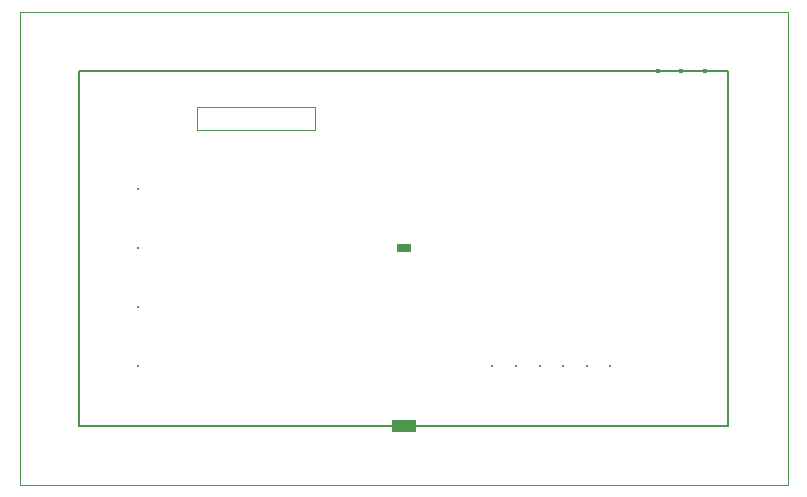
<source format=gtl>
G04 #@! TF.GenerationSoftware,KiCad,Pcbnew,7.0*
G04 #@! TF.CreationDate,2025-05-30T00:00:00-00:00*
G04 #@! TF.ProjectId,ESP_SensorHub,45535020-5365-46e7-936f-724875622e6b,v1.0*
G04 #@! TF.SameCoordinates,Original*
G04 #@! TF.FileFunction,Copper,L1,Top*
G04 #@! TF.FilePolarity,Positive*
%FSLAX34Y34*%
%MOMM*%
%LPD*%
G01*
G04 ESP Sensor Hub v1.0 - Top Copper Layer*
G04 Board dimensions: 65.0mm x 40.0mm*
G04 2-layer PCB with ESP32/ESP8266 support*
G04*
G04 Power and ground planes*
%ADD10C,0.1000*%
%ADD11C,0.2000*%
%ADD12R,1.2000X0.8000*%
%ADD13C,0.3000*%
%ADD14R,2.0000X1.0000*%
%ADD15C,0.4000*%
G04*
G04 Trace routing - ESP32 module area*
D10*
X0Y0D02*
X650000Y0D01*
X650000Y400000D01*
X0Y400000D01*
X0Y0D01*
G04*
G04 ESP32 module footprint (center of board)*
D12*
X325000Y200000D03*
G04*
G04 Power traces - 3.3V and GND*
D11*
X50000Y50000D02*
X600000Y50000D01*
X600000Y350000D01*
X50000Y350000D01*
X50000Y50000D01*
G04*
G04 I2C sensor connectors*
D13*
X100000Y100000D03*
X100000Y150000D03*
X100000Y200000D03*
X100000Y250000D03*
G04*
G04 Status LEDs*
D10*
X550000Y300000D03*
X550000Y280000D03*
X550000Y260000D03*
G04*
G04 Programming header*
D13*
X500000Y100000D03*
X480000Y100000D03*
X460000Y100000D03*
X440000Y100000D03*
X420000Y100000D03*
X400000Y100000D03*
G04*
G04 Test points*
D15*
X580000Y350000D03*
X560000Y350000D03*
X540000Y350000D03*
G04*
G04 USB-C connector area*
D14*
X325000Y50000D03*
G04*
G04 Power management components*
D10*
X150000Y300000D02*
X250000Y300000D01*
X250000Y320000D01*
X150000Y320000D01*
X150000Y300000D01*
G04*
M02*

</source>
